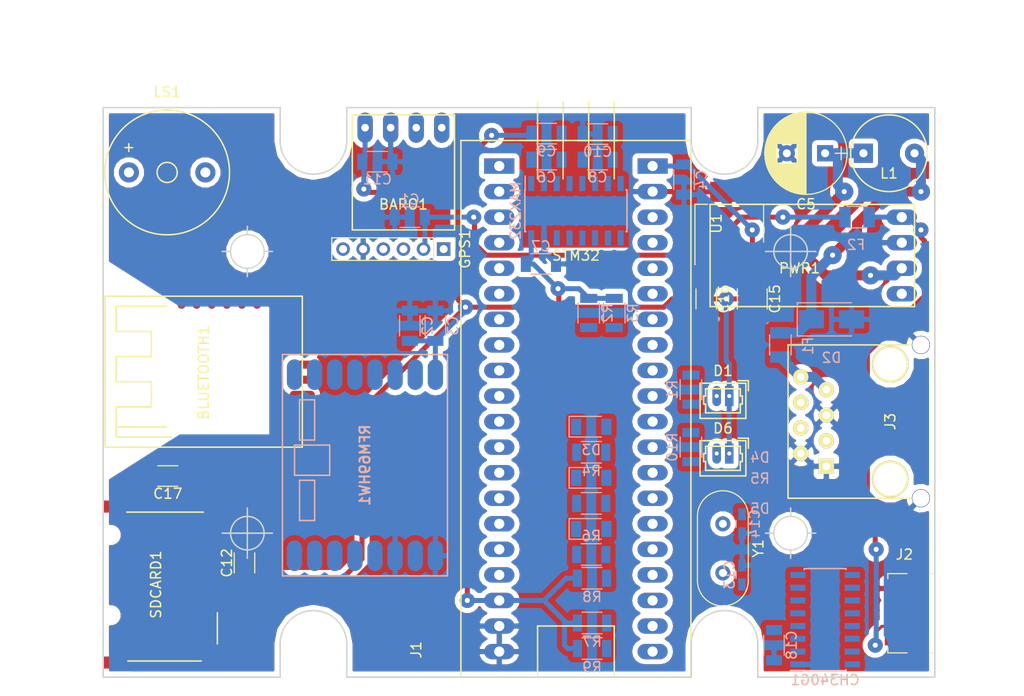
<source format=kicad_pcb>
(kicad_pcb (version 4) (host pcbnew 4.0.6+dfsg1-1)
  (title_block (title "Ked Tracker") (date 2017-09-21) (rev 0.3) (comment 1 "Open Glider Network Tracker"))
  (layers (0 F.Cu signal) (31 B.Cu signal) (34 B.Paste user) (35 F.Paste user) (36 B.SilkS user hide) (37 F.SilkS user hide) (38 B.Mask user) (39 F.Mask user) (44 Edge.Cuts user))
  (net 0 "")
  (net 1 3.3V)
  (net 2 5V)
  (net 3 "Net-(D1-Pad2)")
  (net 4 /GPS_ENABLE)
  (net 5 /GPS_PPS)
  (net 6 /GPS_TXD)
  (net 7 /GPS_RXD)
  (net 8 Earth)
  (net 9 /SPI_SELECT)
  (net 10 /SPI_CLOCK)
  (net 11 /SPI_MISO)
  (net 12 /SPI_MOSI)
  (net 13 /CHIP_RESET)
  (net 14 /INT_REQ)
  (net 15 /AUX_STATUS)
  (net 16 +12V)
  (net 17 /ANT)
  (net 18 /LED)
  (net 19 /CON1_RXD)
  (net 20 "Net-(C6-Pad1)")
  (net 21 "Net-(C6-Pad2)")
  (net 22 "Net-(C8-Pad1)")
  (net 23 "Net-(C8-Pad2)")
  (net 24 "Net-(C9-Pad2)")
  (net 25 "Net-(C10-Pad2)")
  (net 26 /BARO_SCL)
  (net 27 /BARO_SDA)
  (net 28 /SUP_CLEAN)
  (net 29 /SD_MOSI)
  (net 30 /SD_MISO)
  (net 31 /SD_SCK)
  (net 32 /SD_CS)
  (net 33 /CON1_TXD)
  (net 34 /Console/BT_STATUS)
  (net 35 "Net-(D6-Pad2)")
  (net 36 /BUZ_IN)
  (net 37 /BUZ_OUT)
  (net 38 /Console/BT_TX)
  (net 39 /Console/USB_XI)
  (net 40 /Console/USB_XO)
  (net 41 /Console/USB_TX)
  (net 42 /Console/USB_D+)
  (net 43 /Console/USB_D-)
  (net 44 /Console/MAX232_TX)
  (net 45 /Console/RS232_RX)
  (net 46 /Console/RS232_TX)
  (net 47 /SUP_PROT)
  (net 48 /5V_PROT)
  (module Mounting_Holes:MountingHole_3.2mm_M3 (layer F.Cu) (at 114.33 57.69)
    (fp_text reference REF** hide)
    (fp_text value MountingHole_3.2mm_M3 hide)
    (pad 1 np_thru_hole circle (at 0 0) (size 3.2 3.2) (drill 3.2) (layers *.Cu *.Mask))
  )
  (module Mounting_Holes:MountingHole_3.2mm_M3 (layer F.Cu) (at 168.33 85.69)
    (fp_text reference REF** hide)
    (fp_text value MountingHole_3.2mm_M3 hide)
    (pad 1 np_thru_hole circle (at 0 0) (size 3.2 3.2) (drill 3.2) (layers *.Cu *.Mask))
  )
  (module "OGN Tracker:BMP280_HandSoldering" (layer F.Cu) (at 129.845 47.93 180)
    (fp_text reference BARO1 (at 0 -5.08 180) (layer F.SilkS))
    (fp_text value BMP280)
    (pad 1 thru_hole oval (at -3.81 2.54 180) (size 1.524 3) (drill 0.762) (layers *.Cu *.Mask) (net 27 /BARO_SDA))
    (pad 2 thru_hole oval (at -1.27 2.54 180) (size 1.524 3) (drill 0.762) (layers *.Cu *.Mask) (net 26 /BARO_SCL))
    (pad 3 thru_hole oval (at 1.27 2.54 180) (size 1.524 3) (drill 0.762) (layers *.Cu *.Mask) (net 8 Earth))
    (pad 4 thru_hole oval (at 3.81 2.54 180) (size 1.524 3) (drill 0.762) (layers *.Cu *.Mask) (net 1 3.3V))
  )
  (module Capacitors_SMD:C_1206 (layer B.Cu) (at 130.48 54.28 180)
    (fp_text reference C1 (at 0 1.75 180) (layer B.SilkS) (effects (justify mirror)))
    (fp_text value 100nF)
    (pad 1 smd rect (at -1.5 0 180) (size 1 1.6) (layers B.Cu B.Paste B.Mask) (net 48 /5V_PROT))
    (pad 2 smd rect (at 1.5 0 180) (size 1 1.6) (layers B.Cu B.Paste B.Mask) (net 8 Earth))
  )
  (module Capacitors_SMD:C_1206 (layer B.Cu) (at 130.48 65.075 90)
    (fp_text reference C2 (at 0 1.75 90) (layer B.SilkS) (effects (justify mirror)))
    (fp_text value 1uF)
    (pad 1 smd rect (at -1.5 0 90) (size 1 1.6) (layers B.Cu B.Paste B.Mask) (net 1 3.3V))
    (pad 2 smd rect (at 1.5 0 90) (size 1 1.6) (layers B.Cu B.Paste B.Mask) (net 8 Earth))
  )
  (module Capacitors_SMD:C_1206 (layer B.Cu) (at 133.02 65.075 90)
    (fp_text reference C3 (at 0 1.75 90) (layer B.SilkS) (effects (justify mirror)))
    (fp_text value 100nF)
    (pad 1 smd rect (at -1.5 0 90) (size 1 1.6) (layers B.Cu B.Paste B.Mask) (net 1 3.3V))
    (pad 2 smd rect (at 1.5 0 90) (size 1 1.6) (layers B.Cu B.Paste B.Mask) (net 8 Earth))
  )
  (module Capacitors_SMD:C_1206 (layer B.Cu) (at 157.734 50.546 90)
    (fp_text reference C4 (at 0 1.75 90) (layer B.SilkS) (effects (justify mirror)))
    (fp_text value 1uF)
    (pad 1 smd rect (at -1.5 0 90) (size 1 1.6) (layers B.Cu B.Paste B.Mask) (net 8 Earth))
    (pad 2 smd rect (at 1.5 0 90) (size 1 1.6) (layers B.Cu B.Paste B.Mask) (net 1 3.3V))
  )
  (module Capacitors_SMD:C_1206 (layer B.Cu) (at 144.069 48.565)
    (fp_text reference C6 (at 0 1.75) (layer B.SilkS) (effects (justify mirror)))
    (fp_text value 100nF)
    (pad 1 smd rect (at -1.5 0) (size 1 1.6) (layers B.Cu B.Paste B.Mask) (net 20 "Net-(C6-Pad1)"))
    (pad 2 smd rect (at 1.5 0) (size 1 1.6) (layers B.Cu B.Paste B.Mask) (net 21 "Net-(C6-Pad2)"))
  )
  (module Capacitors_SMD:C_1206 (layer B.Cu) (at 143.51 58.928 180)
    (fp_text reference C7 (at 0 1.75 180) (layer B.SilkS) (effects (justify mirror)))
    (fp_text value 100nF)
    (pad 1 smd rect (at -1.5 0 180) (size 1 1.6) (layers B.Cu B.Paste B.Mask) (net 8 Earth))
    (pad 2 smd rect (at 1.5 0 180) (size 1 1.6) (layers B.Cu B.Paste B.Mask) (net 1 3.3V))
  )
  (module Capacitors_SMD:C_1206 (layer B.Cu) (at 149.149 48.565)
    (fp_text reference C8 (at 0 1.75) (layer B.SilkS) (effects (justify mirror)))
    (fp_text value 100nF)
    (pad 1 smd rect (at -1.5 0) (size 1 1.6) (layers B.Cu B.Paste B.Mask) (net 22 "Net-(C8-Pad1)"))
    (pad 2 smd rect (at 1.5 0) (size 1 1.6) (layers B.Cu B.Paste B.Mask) (net 23 "Net-(C8-Pad2)"))
  )
  (module Capacitors_SMD:C_1206 (layer B.Cu) (at 144.069 45.974)
    (fp_text reference C9 (at 0 1.75) (layer B.SilkS) (effects (justify mirror)))
    (fp_text value 100nF)
    (pad 1 smd rect (at -1.5 0) (size 1 1.6) (layers B.Cu B.Paste B.Mask) (net 1 3.3V))
    (pad 2 smd rect (at 1.5 0) (size 1 1.6) (layers B.Cu B.Paste B.Mask) (net 24 "Net-(C9-Pad2)"))
  )
  (module Capacitors_SMD:C_1206 (layer B.Cu) (at 149.149 46.025)
    (fp_text reference C10 (at 0 1.75) (layer B.SilkS) (effects (justify mirror)))
    (fp_text value 100nF)
    (pad 1 smd rect (at -1.5 0) (size 1 1.6) (layers B.Cu B.Paste B.Mask) (net 8 Earth))
    (pad 2 smd rect (at 1.5 0) (size 1 1.6) (layers B.Cu B.Paste B.Mask) (net 25 "Net-(C10-Pad2)"))
  )
  (module Capacitors_SMD:C_1206 (layer B.Cu) (at 127.254 48.768)
    (fp_text reference C11 (at 0 1.75) (layer B.SilkS) (effects (justify mirror)))
    (fp_text value 100nF)
    (pad 1 smd rect (at -1.5 0) (size 1 1.6) (layers B.Cu B.Paste B.Mask) (net 1 3.3V))
    (pad 2 smd rect (at 1.5 0) (size 1 1.6) (layers B.Cu B.Paste B.Mask) (net 8 Earth))
  )
  (module Capacitors_SMD:C_1206 (layer F.Cu) (at 114.046 88.646 90)
    (fp_text reference C12 (at 0 -1.75 90) (layer F.SilkS))
    (fp_text value 100nF)
    (pad 1 smd rect (at -1.5 0 90) (size 1 1.6) (layers F.Cu F.Paste F.Mask) (net 1 3.3V))
    (pad 2 smd rect (at 1.5 0 90) (size 1 1.6) (layers F.Cu F.Paste F.Mask) (net 8 Earth))
  )
  (module Capacitors_SMD:C_0603_HandSoldering (layer B.Cu) (at 163.5 89.84 270)
    (fp_text reference C13 (at 0 1.25 270) (layer B.SilkS) (effects (justify mirror)))
    (fp_text value 22pF)
    (pad 1 smd rect (at -0.95 0 270) (size 1.2 0.75) (layers B.Cu B.Paste B.Mask) (net 8 Earth))
    (pad 2 smd rect (at 0.95 0 270) (size 1.2 0.75) (layers B.Cu B.Paste B.Mask) (net 39 /Console/USB_XI))
  )
  (module Capacitors_SMD:C_0603_HandSoldering (layer B.Cu) (at 163.5 84.76 90)
    (fp_text reference C14 (at 0 1.25 90) (layer B.SilkS) (effects (justify mirror)))
    (fp_text value 22pF)
    (pad 1 smd rect (at -0.95 0 90) (size 1.2 0.75) (layers B.Cu B.Paste B.Mask) (net 8 Earth))
    (pad 2 smd rect (at 0.95 0 90) (size 1.2 0.75) (layers B.Cu B.Paste B.Mask) (net 40 /Console/USB_XO))
  )
  (module Capacitors_SMD:C_1210 (layer F.Cu) (at 164.516 62.408 270)
    (fp_text reference C15 (at 0 -2.25 270) (layer F.SilkS))
    (fp_text value 47uF)
    (pad 1 smd rect (at -1.5 0 270) (size 1 2.5) (layers F.Cu F.Paste F.Mask) (net 1 3.3V))
    (pad 2 smd rect (at 1.5 0 270) (size 1 2.5) (layers F.Cu F.Paste F.Mask) (net 8 Earth))
  )
  (module Capacitors_SMD:C_1206 (layer F.Cu) (at 159.944 62.408 270)
    (fp_text reference C16 (at 0 -1.75 270) (layer F.SilkS))
    (fp_text value 1uF)
    (pad 1 smd rect (at -1.5 0 270) (size 1 1.6) (layers F.Cu F.Paste F.Mask) (net 48 /5V_PROT))
    (pad 2 smd rect (at 1.5 0 270) (size 1 1.6) (layers F.Cu F.Paste F.Mask) (net 8 Earth))
  )
  (module Capacitors_SMD:C_1206 (layer F.Cu) (at 106.426 80.01 180)
    (fp_text reference C17 (at 0 -1.75 180) (layer F.SilkS))
    (fp_text value 100nF)
    (pad 1 smd rect (at -1.5 0 180) (size 1 1.6) (layers F.Cu F.Paste F.Mask) (net 1 3.3V))
    (pad 2 smd rect (at 1.5 0 180) (size 1 1.6) (layers F.Cu F.Paste F.Mask) (net 8 Earth))
  )
  (module Capacitors_SMD:C_1206 (layer B.Cu) (at 166.675 96.825 90)
    (fp_text reference C18 (at 0 1.75 90) (layer B.SilkS) (effects (justify mirror)))
    (fp_text value 100nF)
    (pad 1 smd rect (at -1.5 0 90) (size 1 1.6) (layers B.Cu B.Paste B.Mask) (net 8 Earth))
    (pad 2 smd rect (at 1.5 0 90) (size 1 1.6) (layers B.Cu B.Paste B.Mask) (net 1 3.3V))
  )
  (module Housings_SOIC:SOIC-16_3.9x9.9mm_Pitch1.27mm (layer B.Cu) (at 171.755 94.285)
    (fp_text reference CH340G1 (at 0 6) (layer B.SilkS) (effects (justify mirror)))
    (fp_text value CH340G)
    (pad 1 smd rect (at -2.7 4.445) (size 1.5 0.6) (layers B.Cu B.Paste B.Mask) (net 8 Earth))
    (pad 2 smd rect (at -2.7 3.175) (size 1.5 0.6) (layers B.Cu B.Paste B.Mask) (net 41 /Console/USB_TX))
    (pad 3 smd rect (at -2.7 1.905) (size 1.5 0.6) (layers B.Cu B.Paste B.Mask) (net 33 /CON1_TXD))
    (pad 4 smd rect (at -2.7 0.635) (size 1.5 0.6) (layers B.Cu B.Paste B.Mask) (net 1 3.3V))
    (pad 5 smd rect (at -2.7 -0.635) (size 1.5 0.6) (layers B.Cu B.Paste B.Mask) (net 42 /Console/USB_D+))
    (pad 6 smd rect (at -2.7 -1.905) (size 1.5 0.6) (layers B.Cu B.Paste B.Mask) (net 43 /Console/USB_D-))
    (pad 7 smd rect (at -2.7 -3.175) (size 1.5 0.6) (layers B.Cu B.Paste B.Mask) (net 39 /Console/USB_XI))
    (pad 8 smd rect (at -2.7 -4.445) (size 1.5 0.6) (layers B.Cu B.Paste B.Mask) (net 40 /Console/USB_XO))
    (pad 9 smd rect (at 2.7 -4.445) (size 1.5 0.6) (layers B.Cu B.Paste B.Mask))
    (pad 10 smd rect (at 2.7 -3.175) (size 1.5 0.6) (layers B.Cu B.Paste B.Mask))
    (pad 11 smd rect (at 2.7 -1.905) (size 1.5 0.6) (layers B.Cu B.Paste B.Mask))
    (pad 12 smd rect (at 2.7 -0.635) (size 1.5 0.6) (layers B.Cu B.Paste B.Mask))
    (pad 13 smd rect (at 2.7 0.635) (size 1.5 0.6) (layers B.Cu B.Paste B.Mask))
    (pad 14 smd rect (at 2.7 1.905) (size 1.5 0.6) (layers B.Cu B.Paste B.Mask))
    (pad 15 smd rect (at 2.7 3.175) (size 1.5 0.6) (layers B.Cu B.Paste B.Mask))
    (pad 16 smd rect (at 2.7 4.445) (size 1.5 0.6) (layers B.Cu B.Paste B.Mask) (net 1 3.3V))
  )
  (module "OGN Tracker:Molex_PicoBlade_02x1.25mm_HandSoldering" (layer F.Cu) (at 162.23 72.06 180)
    (fp_text reference D1 (at 0.625 2.5 180) (layer F.SilkS))
    (fp_text value LED_STAT)
    (pad 1 thru_hole rect (at 0 0 180) (size 0.85 2) (drill 0.4) (layers *.Cu *.Mask) (net 1 3.3V))
    (pad 2 thru_hole oval (at 1.25 0 180) (size 0.85 2) (drill 0.4) (layers *.Cu *.Mask) (net 3 "Net-(D1-Pad2)"))
  )
  (module Diodes_SMD:D_SMA_Standard (layer B.Cu) (at 172.39 64.44)
    (fp_text reference D2 (at 0 3.81) (layer B.SilkS) (effects (justify mirror)))
    (fp_text value 1N4001)
    (pad 1 smd rect (at -2 0) (size 2.5 1.8) (layers B.Cu B.Paste B.Mask) (net 47 /SUP_PROT))
    (pad 2 smd rect (at 2 0) (size 2.5 1.8) (layers B.Cu B.Paste B.Mask) (net 8 Earth))
  )
  (module Diodes_SMD:D_1206 (layer B.Cu) (at 148.514 75.108)
    (fp_text reference D3 (at 0 2.3) (layer B.SilkS) (effects (justify mirror)))
    (fp_text value 1N4148)
    (pad 1 smd rect (at -1.5 0) (size 1 1.6) (layers B.Cu B.Paste B.Mask) (net 44 /Console/MAX232_TX))
    (pad 2 smd rect (at 1.5 0) (size 1 1.6) (layers B.Cu B.Paste B.Mask) (net 19 /CON1_RXD))
  )
  (module Diodes_SMD:D_1206 (layer B.Cu) (at 148.514 80.188)
    (fp_text reference D4 (at 16.764 -2.018) (layer B.SilkS) (effects (justify mirror)))
    (fp_text value 1N4148)
    (pad 1 smd rect (at -1.5 0) (size 1 1.6) (layers B.Cu B.Paste B.Mask) (net 38 /Console/BT_TX))
    (pad 2 smd rect (at 1.5 0) (size 1 1.6) (layers B.Cu B.Paste B.Mask) (net 19 /CON1_RXD))
  )
  (module Diodes_SMD:D_1206 (layer B.Cu) (at 148.514 85.268)
    (fp_text reference D5 (at 16.764 -2.018) (layer B.SilkS) (effects (justify mirror)))
    (fp_text value 1N4148)
    (pad 1 smd rect (at -1.5 0) (size 1 1.6) (layers B.Cu B.Paste B.Mask) (net 41 /Console/USB_TX))
    (pad 2 smd rect (at 1.5 0) (size 1 1.6) (layers B.Cu B.Paste B.Mask) (net 19 /CON1_RXD))
  )
  (module "OGN Tracker:Molex_PicoBlade_02x1.25mm_HandSoldering" (layer F.Cu) (at 162.23 77.775 180)
    (fp_text reference D6 (at 0.625 2.5 180) (layer F.SilkS))
    (fp_text value LED_BT)
    (pad 1 thru_hole rect (at 0 0 180) (size 0.85 2) (drill 0.4) (layers *.Cu *.Mask) (net 1 3.3V))
    (pad 2 thru_hole oval (at 1.25 0 180) (size 0.85 2) (drill 0.4) (layers *.Cu *.Mask) (net 35 "Net-(D6-Pad2)"))
  )
  (module Fuse_Holders_and_Fuses:Fuse_SMD1206_Reflow (layer B.Cu) (at 167.31 66.98 90)
    (fp_text reference F1 (at -0.1 2.75 90) (layer B.SilkS) (effects (justify mirror)))
    (fp_text value 0.5A)
    (pad 1 smd rect (at -1.2 0) (size 2.03 1.14) (layers B.Cu B.Paste B.Mask) (net 16 +12V))
    (pad 2 smd rect (at 1.2 0) (size 2.03 1.14) (layers B.Cu B.Paste B.Mask) (net 47 /SUP_PROT))
  )
  (module Fuse_Holders_and_Fuses:Fuse_SMD1206_Reflow (layer B.Cu) (at 174.93 54.28)
    (fp_text reference F2 (at -0.1 2.75) (layer B.SilkS) (effects (justify mirror)))
    (fp_text value 0.5A)
    (pad 1 smd rect (at -1.2 0 270) (size 2.03 1.14) (layers B.Cu B.Paste B.Mask) (net 48 /5V_PROT))
    (pad 2 smd rect (at 1.2 0 270) (size 2.03 1.14) (layers B.Cu B.Paste B.Mask) (net 2 5V))
  )
  (module Pin_Headers:Pin_Header_Straight_1x06_Pitch2.00mm (layer F.Cu) (at 133.845 57.455 270)
    (fp_text reference GPS1 (at 0 -2.12 270) (layer F.SilkS))
    (fp_text value VK2828U7G5LF)
    (pad 1 thru_hole rect (at 0 0 270) (size 1.35 1.35) (drill 0.8) (layers *.Cu *.Mask) (net 5 /GPS_PPS))
    (pad 2 thru_hole oval (at 0 2 270) (size 1.35 1.35) (drill 0.8) (layers *.Cu *.Mask) (net 48 /5V_PROT))
    (pad 3 thru_hole oval (at 0 4 270) (size 1.35 1.35) (drill 0.8) (layers *.Cu *.Mask) (net 7 /GPS_RXD))
    (pad 4 thru_hole oval (at 0 6 270) (size 1.35 1.35) (drill 0.8) (layers *.Cu *.Mask) (net 6 /GPS_TXD))
    (pad 5 thru_hole oval (at 0 8 270) (size 1.35 1.35) (drill 0.8) (layers *.Cu *.Mask) (net 8 Earth))
    (pad 6 thru_hole oval (at 0 10 270) (size 1.35 1.35) (drill 0.8) (layers *.Cu *.Mask) (net 4 /GPS_ENABLE))
  )
  (module "OGN Tracker:IPEX" (layer F.Cu) (at 131.115 95.785 90)
    (fp_text reference J1 (at -1.5 0 90) (layer F.SilkS))
    (fp_text value ANT)
    (pad 1 smd rect (at 1.5 0 90) (size 2 1) (drill (offset 0.5 0)) (layers F.Cu F.Paste F.Mask) (net 17 /ANT))
    (pad 2 smd rect (at 0 -1.5 90) (size 3 1) (drill (offset -0.4 0)) (layers F.Cu F.Paste F.Mask) (net 8 Earth))
    (pad 2 smd rect (at 0 1.5 90) (size 3 1) (drill (offset -0.4 0)) (layers F.Cu F.Paste F.Mask) (net 8 Earth))
  )
  (module Connectors_Molex:USB_Micro-B_Molex_47346-0001 (layer F.Cu) (at 179.71 93.65 180)
    (fp_text reference J2 (at 0.07 5.84 360) (layer F.SilkS))
    (fp_text value "Micro USB")
    (pad 1 smd rect (at 1.33 -1.3 180) (size 1.38 0.45) (layers F.Cu F.Paste F.Mask) (net 2 5V))
    (pad 2 smd rect (at 1.33 -0.65 180) (size 1.38 0.45) (layers F.Cu F.Paste F.Mask) (net 43 /Console/USB_D-))
    (pad 3 smd rect (at 1.33 0 180) (size 1.38 0.45) (layers F.Cu F.Paste F.Mask) (net 42 /Console/USB_D+))
    (pad 4 smd rect (at 1.33 0.65 180) (size 1.38 0.45) (layers F.Cu F.Paste F.Mask))
    (pad 5 smd rect (at 1.33 1.3 180) (size 1.38 0.45) (layers F.Cu F.Paste F.Mask) (net 8 Earth))
    (pad 6 smd rect (at 0.97 -2.4625 180) (size 2.1 1.475) (layers F.Cu F.Paste F.Mask) (net 8 Earth))
    (pad 6 smd rect (at 0.97 2.4625 180) (size 2.1 1.475) (layers F.Cu F.Paste F.Mask) (net 8 Earth))
    (pad 6 smd rect (at -1.33 -2.91 180) (size 1.9 2.375) (layers F.Cu F.Paste F.Mask) (net 8 Earth))
    (pad 6 smd rect (at -1.33 2.91 180) (size 1.9 2.375) (layers F.Cu F.Paste F.Mask) (net 8 Earth))
    (pad 6 smd rect (at -1.33 -0.84 180) (size 1.9 1.175) (layers F.Cu F.Paste F.Mask) (net 8 Earth))
    (pad 6 smd rect (at -1.33 0.84 180) (size 1.9 1.175) (layers F.Cu F.Paste F.Mask) (net 8 Earth))
  )
  (module "OGN Tracker:RJ45_SOCKET_SHLD" (layer F.Cu) (at 178.232 74.6 90)
    (fp_text reference J3 (at 0 0 90) (layer F.SilkS))
    (fp_text value IGC)
    (pad HOLE thru_hole circle (at 5.715 0 90) (size 3.64998 3.64998) (drill 3.2512) (layers *.Cu *.Mask F.SilkS))
    (pad HOLE thru_hole circle (at -5.715 0 90) (size 3.64998 3.64998) (drill 3.2512) (layers *.Cu *.Mask F.SilkS))
    (pad 1 thru_hole rect (at -4.445 -6.35 90) (size 1.524 1.524) (drill 0.762) (layers *.Cu *.Mask F.SilkS) (net 8 Earth))
    (pad 2 thru_hole circle (at -3.175 -8.89 90) (size 1.524 1.524) (drill 0.762) (layers *.Cu *.Mask F.SilkS) (net 8 Earth))
    (pad 3 thru_hole circle (at -1.905 -6.35 90) (size 1.524 1.524) (drill 0.762) (layers *.Cu *.Mask F.SilkS) (net 45 /Console/RS232_RX))
    (pad 4 thru_hole circle (at -0.635 -8.89 90) (size 1.524 1.524) (drill 0.762) (layers *.Cu *.Mask F.SilkS) (net 46 /Console/RS232_TX))
    (pad 5 thru_hole circle (at 0.635 -6.35 90) (size 1.524 1.524) (drill 0.762) (layers *.Cu *.Mask F.SilkS) (net 8 Earth))
    (pad 6 thru_hole circle (at 1.905 -8.89 90) (size 1.524 1.524) (drill 0.762) (layers *.Cu *.Mask F.SilkS) (net 1 3.3V))
    (pad 7 thru_hole circle (at 3.175 -6.35 90) (size 1.524 1.524) (drill 0.762) (layers *.Cu *.Mask F.SilkS) (net 16 +12V))
    (pad 8 thru_hole circle (at 4.445 -8.89 90) (size 1.524 1.524) (drill 0.762) (layers *.Cu *.Mask F.SilkS) (net 16 +12V))
    (pad 9 thru_hole circle (at -7.62 3.048 90) (size 1.8 1.8) (drill 1.7) (layers *.Cu *.Mask) (net 8 Earth))
    (pad 9 thru_hole circle (at 7.62 3.048 90) (size 1.8 1.8) (drill 1.7) (layers *.Cu *.Mask) (net 8 Earth))
  )
  (module Inductors:INDUCTOR_V (layer F.Cu) (at 178.105 47.93)
    (fp_text reference L1 (at 0 1.99898) (layer F.SilkS))
    (fp_text value 1uH)
    (pad 1 thru_hole rect (at -2.54 0) (size 1.905 1.905) (drill 0.8128) (layers *.Cu *.Mask) (net 28 /SUP_CLEAN))
    (pad 2 thru_hole circle (at 2.54 0) (size 1.905 1.905) (drill 0.8128) (layers *.Cu *.Mask) (net 47 /SUP_PROT))
  )
  (module Buzzers_Beepers:Buzzer_12x9.5RM7.6 (layer F.Cu) (at 106.36016 49.835)
    (fp_text reference LS1 (at 0 -8.001) (layer F.SilkS))
    (fp_text value Buzzer)
    (fp_text user + (at -3.81 -2.54) (layer F.SilkS))
    (pad 1 thru_hole circle (at -3.79984 0) (size 2 2) (drill 1.00076) (layers *.Cu *.Mask) (net 36 /BUZ_IN))
    (pad 2 thru_hole circle (at 3.79984 0) (size 2 2) (drill 1.00076) (layers *.Cu *.Mask) (net 37 /BUZ_OUT))
  )
  (module Housings_SOIC:SOIC-16_3.9x9.9mm_Pitch1.27mm (layer B.Cu) (at 146.99 53.645 270)
    (fp_text reference MAX232 (at 0 6 270) (layer B.SilkS) (effects (justify mirror)))
    (fp_text value MAX3232)
    (pad 1 smd rect (at -2.7 4.445 270) (size 1.5 0.6) (layers B.Cu B.Paste B.Mask) (net 20 "Net-(C6-Pad1)"))
    (pad 2 smd rect (at -2.7 3.175 270) (size 1.5 0.6) (layers B.Cu B.Paste B.Mask) (net 24 "Net-(C9-Pad2)"))
    (pad 3 smd rect (at -2.7 1.905 270) (size 1.5 0.6) (layers B.Cu B.Paste B.Mask) (net 21 "Net-(C6-Pad2)"))
    (pad 4 smd rect (at -2.7 0.635 270) (size 1.5 0.6) (layers B.Cu B.Paste B.Mask) (net 22 "Net-(C8-Pad1)"))
    (pad 5 smd rect (at -2.7 -0.635 270) (size 1.5 0.6) (layers B.Cu B.Paste B.Mask) (net 23 "Net-(C8-Pad2)"))
    (pad 6 smd rect (at -2.7 -1.905 270) (size 1.5 0.6) (layers B.Cu B.Paste B.Mask) (net 25 "Net-(C10-Pad2)"))
    (pad 7 smd rect (at -2.7 -3.175 270) (size 1.5 0.6) (layers B.Cu B.Paste B.Mask))
    (pad 8 smd rect (at -2.7 -4.445 270) (size 1.5 0.6) (layers B.Cu B.Paste B.Mask))
    (pad 9 smd rect (at 2.7 -4.445 270) (size 1.5 0.6) (layers B.Cu B.Paste B.Mask))
    (pad 10 smd rect (at 2.7 -3.175 270) (size 1.5 0.6) (layers B.Cu B.Paste B.Mask))
    (pad 11 smd rect (at 2.7 -1.905 270) (size 1.5 0.6) (layers B.Cu B.Paste B.Mask) (net 33 /CON1_TXD))
    (pad 12 smd rect (at 2.7 -0.635 270) (size 1.5 0.6) (layers B.Cu B.Paste B.Mask) (net 44 /Console/MAX232_TX))
    (pad 13 smd rect (at 2.7 0.635 270) (size 1.5 0.6) (layers B.Cu B.Paste B.Mask) (net 45 /Console/RS232_RX))
    (pad 14 smd rect (at 2.7 1.905 270) (size 1.5 0.6) (layers B.Cu B.Paste B.Mask) (net 46 /Console/RS232_TX))
    (pad 15 smd rect (at 2.7 3.175 270) (size 1.5 0.6) (layers B.Cu B.Paste B.Mask) (net 8 Earth))
    (pad 16 smd rect (at 2.7 4.445 270) (size 1.5 0.6) (layers B.Cu B.Paste B.Mask) (net 1 3.3V))
  )
  (module "OGN Tracker:Buck_Converter_Sm_HandSoldering" (layer F.Cu) (at 174.295 58.09 180)
    (fp_text reference PWR1 (at 5.08 -1.27 180) (layer F.SilkS))
    (fp_text value BUCK_CVTR)
    (pad 1 thru_hole oval (at -5.08 -3.81 180) (size 3 1.524) (drill 1.016) (layers *.Cu *.Mask))
    (pad 2 thru_hole oval (at -5.08 -1.27 180) (size 3 1.524) (drill 1.016) (layers *.Cu *.Mask) (net 28 /SUP_CLEAN))
    (pad 3 thru_hole oval (at -5.08 1.27 180) (size 3 1.524) (drill 1.016) (layers *.Cu *.Mask) (net 8 Earth))
    (pad 4 thru_hole oval (at -5.08 3.81 180) (size 3 1.524) (drill 1.016) (layers *.Cu *.Mask) (net 2 5V))
  )
  (module Resistors_SMD:R_1206 (layer B.Cu) (at 158.42 71.425 270)
    (fp_text reference R1 (at 0 1.85 270) (layer B.SilkS) (effects (justify mirror)))
    (fp_text value 82)
    (pad 1 smd rect (at -1.45 0 270) (size 0.9 1.7) (layers B.Cu B.Paste B.Mask) (net 18 /LED))
    (pad 2 smd rect (at 1.45 0 270) (size 0.9 1.7) (layers B.Cu B.Paste B.Mask) (net 3 "Net-(D1-Pad2)"))
  )
  (module Resistors_SMD:R_1206 (layer B.Cu) (at 148.26 63.805 90)
    (fp_text reference R2 (at 0 1.85 90) (layer B.SilkS) (effects (justify mirror)))
    (fp_text value 10K)
    (pad 1 smd rect (at -1.45 0 90) (size 0.9 1.7) (layers B.Cu B.Paste B.Mask) (net 27 /BARO_SDA))
    (pad 2 smd rect (at 1.45 0 90) (size 0.9 1.7) (layers B.Cu B.Paste B.Mask) (net 1 3.3V))
  )
  (module Resistors_SMD:R_1206 (layer B.Cu) (at 150.8 63.805 90)
    (fp_text reference R3 (at 0 1.85 90) (layer B.SilkS) (effects (justify mirror)))
    (fp_text value 10K)
    (pad 1 smd rect (at -1.45 0 90) (size 0.9 1.7) (layers B.Cu B.Paste B.Mask) (net 26 /BARO_SCL))
    (pad 2 smd rect (at 1.45 0 90) (size 0.9 1.7) (layers B.Cu B.Paste B.Mask) (net 1 3.3V))
  )
  (module Resistors_SMD:R_1206 (layer B.Cu) (at 148.514 77.648)
    (fp_text reference R4 (at 0 1.85) (layer B.SilkS) (effects (justify mirror)))
    (fp_text value 10K)
    (pad 1 smd rect (at -1.45 0) (size 0.9 1.7) (layers B.Cu B.Paste B.Mask) (net 44 /Console/MAX232_TX))
    (pad 2 smd rect (at 1.45 0) (size 0.9 1.7) (layers B.Cu B.Paste B.Mask) (net 19 /CON1_RXD))
  )
  (module Resistors_SMD:R_1206 (layer B.Cu) (at 148.514 82.728)
    (fp_text reference R5 (at 16.764 -2.468) (layer B.SilkS) (effects (justify mirror)))
    (fp_text value 10K)
    (pad 1 smd rect (at -1.45 0) (size 0.9 1.7) (layers B.Cu B.Paste B.Mask) (net 38 /Console/BT_TX))
    (pad 2 smd rect (at 1.45 0) (size 0.9 1.7) (layers B.Cu B.Paste B.Mask) (net 19 /CON1_RXD))
  )
  (module Resistors_SMD:R_1206 (layer B.Cu) (at 148.514 87.808 180)
    (fp_text reference R6 (at 0 1.85 180) (layer B.SilkS) (effects (justify mirror)))
    (fp_text value 10K)
    (pad 1 smd rect (at -1.45 0 180) (size 0.9 1.7) (layers B.Cu B.Paste B.Mask) (net 19 /CON1_RXD))
    (pad 2 smd rect (at 1.45 0 180) (size 0.9 1.7) (layers B.Cu B.Paste B.Mask) (net 41 /Console/USB_TX))
  )
  (module Resistors_SMD:R_1206 (layer B.Cu) (at 148.59 94.615)
    (fp_text reference R7 (at 0 1.85) (layer B.SilkS) (effects (justify mirror)))
    (fp_text value 10K)
    (pad 1 smd rect (at -1.45 0) (size 0.9 1.7) (layers B.Cu B.Paste B.Mask) (net 1 3.3V))
    (pad 2 smd rect (at 1.45 0) (size 0.9 1.7) (layers B.Cu B.Paste B.Mask) (net 31 /SD_SCK))
  )
  (module Resistors_SMD:R_1206 (layer B.Cu) (at 148.59 90.17)
    (fp_text reference R8 (at 0 1.85) (layer B.SilkS) (effects (justify mirror)))
    (fp_text value 10K)
    (pad 1 smd rect (at -1.45 0) (size 0.9 1.7) (layers B.Cu B.Paste B.Mask) (net 1 3.3V))
    (pad 2 smd rect (at 1.45 0) (size 0.9 1.7) (layers B.Cu B.Paste B.Mask) (net 29 /SD_MOSI))
  )
  (module Resistors_SMD:R_1206 (layer B.Cu) (at 148.59 97.155)
    (fp_text reference R9 (at 0 1.85) (layer B.SilkS) (effects (justify mirror)))
    (fp_text value 10K)
    (pad 1 smd rect (at -1.45 0) (size 0.9 1.7) (layers B.Cu B.Paste B.Mask) (net 1 3.3V))
    (pad 2 smd rect (at 1.45 0) (size 0.9 1.7) (layers B.Cu B.Paste B.Mask) (net 32 /SD_CS))
  )
  (module Resistors_SMD:R_1206 (layer B.Cu) (at 158.42 77.14 270)
    (fp_text reference R10 (at 0 1.85 270) (layer B.SilkS) (effects (justify mirror)))
    (fp_text value 82)
    (pad 1 smd rect (at -1.45 0 270) (size 0.9 1.7) (layers B.Cu B.Paste B.Mask) (net 34 /Console/BT_STATUS))
    (pad 2 smd rect (at 1.45 0 270) (size 0.9 1.7) (layers B.Cu B.Paste B.Mask) (net 35 "Net-(D6-Pad2)"))
  )
  (module "OGN Tracker:RFM69HW" (layer B.Cu) (at 126.02 78.935 270)
    (fp_text reference RFM69HW1 (at 0 0 270) (layer B.SilkS) (effects (font (thickness 0.2)) (justify mirror)))
    (fp_text value RFM69HW)
    (pad 1 smd oval (at -9 -7 90) (size 3.048 1.524) (layers B.Cu B.Paste B.Mask) (net 1 3.3V))
    (pad 2 smd oval (at -9 -5 90) (size 3.048 1.524) (layers B.Cu B.Paste B.Mask))
    (pad 3 smd oval (at -9 -3 90) (size 3.048 1.524) (layers B.Cu B.Paste B.Mask) (net 15 /AUX_STATUS))
    (pad 4 smd oval (at -9 -1 90) (size 3.048 1.524) (layers B.Cu B.Paste B.Mask))
    (pad 5 smd oval (at -9 1 90) (size 3.048 1.524) (layers B.Cu B.Paste B.Mask))
    (pad 6 smd oval (at -9 3 90) (size 3.048 1.524) (layers B.Cu B.Paste B.Mask))
    (pad 7 smd oval (at -9 5 90) (size 3.048 1.524) (layers B.Cu B.Paste B.Mask) (net 14 /INT_REQ))
    (pad 8 smd oval (at -9 7 90) (size 3.048 1.524) (layers B.Cu B.Paste B.Mask) (net 13 /CHIP_RESET))
    (pad 9 smd oval (at 9 -7 270) (size 3.048 1.524) (layers B.Cu B.Paste B.Mask) (net 8 Earth))
    (pad 10 smd oval (at 9 -5 270) (size 3.048 1.524) (layers B.Cu B.Paste B.Mask) (net 17 /ANT))
    (pad 11 smd oval (at 9 -3 270) (size 3.048 1.524) (layers B.Cu B.Paste B.Mask) (net 8 Earth))
    (pad 12 smd oval (at 9 -1 270) (size 3.048 1.524) (layers B.Cu B.Paste B.Mask) (net 10 /SPI_CLOCK))
    (pad 13 smd oval (at 9 1 270) (size 3.048 1.524) (layers B.Cu B.Paste B.Mask) (net 11 /SPI_MISO))
    (pad 14 smd oval (at 9 3 270) (size 3.048 1.524) (layers B.Cu B.Paste B.Mask) (net 12 /SPI_MOSI))
    (pad 15 smd oval (at 9 5 270) (size 3.048 1.524) (layers B.Cu B.Paste B.Mask) (net 9 /SPI_SELECT))
    (pad 16 smd oval (at 9 7 270) (size 3.048 1.524) (layers B.Cu B.Paste B.Mask))
  )
  (module "OGN Tracker:SDCARD_BOMB" (layer F.Cu) (at 100.752 90.798 270)
    (fp_text reference SDCARD1 (at 0 -4.5 270) (layer F.SilkS))
    (fp_text value "Micro SD Reader")
    (pad "" np_thru_hole circle (at -4.93 0 270) (size 1 1) (drill 1) (layers *.Cu *.Mask))
    (pad "" np_thru_hole circle (at 3.05 0.01 270) (size 1 1) (drill 1) (layers *.Cu *.Mask))
    (pad 10 smd rect (at 7.75 -0.4 270) (size 1.2 2.2) (layers F.Cu F.Paste F.Mask) (net 8 Earth))
    (pad 10 smd rect (at -7.75 -0.4 270) (size 1.2 2.2) (layers F.Cu F.Paste F.Mask) (net 8 Earth))
    (pad 10 smd rect (at 6.85 -10 270) (size 1.6 1.4) (layers F.Cu F.Paste F.Mask) (net 8 Earth))
    (pad 10 smd rect (at -7.75 -10 270) (size 1.2 1.4) (layers F.Cu F.Paste F.Mask) (net 8 Earth))
    (pad 1 smd rect (at 2.25 -10.5 270) (size 0.7 1.6) (layers F.Cu F.Paste F.Mask))
    (pad 2 smd rect (at 1.15 -10.5 270) (size 0.7 1.6) (layers F.Cu F.Paste F.Mask) (net 32 /SD_CS))
    (pad 3 smd rect (at 0.05 -10.5 270) (size 0.7 1.6) (layers F.Cu F.Paste F.Mask) (net 29 /SD_MOSI))
    (pad 4 smd rect (at -1.05 -10.5 270) (size 0.7 1.6) (layers F.Cu F.Paste F.Mask) (net 1 3.3V))
    (pad 5 smd rect (at -2.15 -10.5 270) (size 0.7 1.6) (layers F.Cu F.Paste F.Mask) (net 31 /SD_SCK))
    (pad 6 smd rect (at -3.25 -10.5 270) (size 0.7 1.6) (layers F.Cu F.Paste F.Mask) (net 8 Earth))
    (pad 7 smd rect (at -4.35 -10.5 270) (size 0.7 1.6) (layers F.Cu F.Paste F.Mask) (net 30 /SD_MISO))
    (pad 8 smd rect (at -5.45 -10.5 270) (size 0.7 1.6) (layers F.Cu F.Paste F.Mask))
    (pad 9 smd rect (at -6.55 -10.5 270) (size 0.7 1.6) (layers F.Cu F.Paste F.Mask))
  )
  (module "OGN Tracker:STM32DEVBOARD_HandSoldering" (layer F.Cu) (at 146.99 72.06)
    (fp_text reference STM32 (at 0 -13.97 180) (layer F.SilkS))
    (fp_text value STM32DEVBOARD)
    (pad 1 thru_hole rect (at -7.62 -22.86) (size 3 1.524) (drill 1.016) (layers *.Cu *.Mask))
    (pad 2 thru_hole oval (at -7.62 -20.32) (size 3 1.524) (drill 1.016) (layers *.Cu *.Mask) (net 18 /LED))
    (pad 3 thru_hole oval (at -7.62 -17.78) (size 3 1.524) (drill 1.016) (layers *.Cu *.Mask))
    (pad 4 thru_hole oval (at -7.62 -15.24) (size 3 1.524) (drill 1.016) (layers *.Cu *.Mask))
    (pad 5 thru_hole oval (at -7.62 -12.7) (size 3 1.524) (drill 1.016) (layers *.Cu *.Mask) (net 4 /GPS_ENABLE))
    (pad 6 thru_hole oval (at -7.62 -10.16) (size 3 1.524) (drill 1.016) (layers *.Cu *.Mask) (net 5 /GPS_PPS))
    (pad 7 thru_hole oval (at -7.62 -7.62) (size 3 1.524) (drill 1.016) (layers *.Cu *.Mask) (net 6 /GPS_TXD))
    (pad 8 thru_hole oval (at -7.62 -5.08) (size 3 1.524) (drill 1.016) (layers *.Cu *.Mask) (net 7 /GPS_RXD))
    (pad 9 thru_hole oval (at -7.62 -2.54) (size 3 1.524) (drill 1.016) (layers *.Cu *.Mask) (net 9 /SPI_SELECT))
    (pad 10 thru_hole oval (at -7.62 0) (size 3 1.524) (drill 1.016) (layers *.Cu *.Mask) (net 10 /SPI_CLOCK))
    (pad 11 thru_hole oval (at -7.62 2.54) (size 3 1.524) (drill 1.016) (layers *.Cu *.Mask) (net 11 /SPI_MISO))
    (pad 12 thru_hole oval (at -7.62 5.08) (size 3 1.524) (drill 1.016) (layers *.Cu *.Mask) (net 12 /SPI_MOSI))
    (pad 13 thru_hole oval (at -7.62 7.62) (size 3 1.524) (drill 1.016) (layers *.Cu *.Mask))
    (pad 14 thru_hole oval (at -7.62 10.16) (size 3 1.524) (drill 1.016) (layers *.Cu *.Mask))
    (pad 15 thru_hole oval (at -7.62 12.7) (size 3 1.524) (drill 1.016) (layers *.Cu *.Mask))
    (pad 16 thru_hole oval (at -7.62 15.24) (size 3 1.524) (drill 1.016) (layers *.Cu *.Mask))
    (pad 17 thru_hole oval (at -7.62 17.78) (size 3 1.524) (drill 1.016) (layers *.Cu *.Mask))
    (pad 18 thru_hole oval (at -7.62 20.32) (size 3 1.524) (drill 1.016) (layers *.Cu *.Mask) (net 1 3.3V))
    (pad 19 thru_hole oval (at -7.62 22.86) (size 3 1.524) (drill 1.016) (layers *.Cu *.Mask) (net 8 Earth))
    (pad 19 thru_hole oval (at -7.62 25.4) (size 3 1.524) (drill 1.016) (layers *.Cu *.Mask) (net 8 Earth))
    (pad 18 thru_hole rect (at 7.62 -22.86) (size 3 1.524) (drill 1.016) (layers *.Cu *.Mask) (net 1 3.3V))
    (pad 19 thru_hole oval (at 7.62 -20.32) (size 3 1.524) (drill 1.016) (layers *.Cu *.Mask) (net 8 Earth))
    (pad 23 thru_hole oval (at 7.62 -17.78) (size 3 1.524) (drill 1.016) (layers *.Cu *.Mask))
    (pad 24 thru_hole oval (at 7.62 -15.24) (size 3 1.524) (drill 1.016) (layers *.Cu *.Mask) (net 36 /BUZ_IN))
    (pad 25 thru_hole oval (at 7.62 -12.7) (size 3 1.524) (drill 1.016) (layers *.Cu *.Mask) (net 37 /BUZ_OUT))
    (pad 26 thru_hole oval (at 7.62 -10.16) (size 3 1.524) (drill 1.016) (layers *.Cu *.Mask) (net 27 /BARO_SDA))
    (pad 27 thru_hole oval (at 7.62 -7.62) (size 3 1.524) (drill 1.016) (layers *.Cu *.Mask) (net 26 /BARO_SCL))
    (pad 28 thru_hole oval (at 7.62 -5.08) (size 3 1.524) (drill 1.016) (layers *.Cu *.Mask) (net 13 /CHIP_RESET))
    (pad 29 thru_hole oval (at 7.62 -2.54) (size 3 1.524) (drill 1.016) (layers *.Cu *.Mask) (net 14 /INT_REQ))
    (pad 30 thru_hole oval (at 7.62 0) (size 3 1.524) (drill 1.016) (layers *.Cu *.Mask) (net 15 /AUX_STATUS))
    (pad 31 thru_hole oval (at 7.62 2.54) (size 3 1.524) (drill 1.016) (layers *.Cu *.Mask))
    (pad 32 thru_hole oval (at 7.62 5.08) (size 3 1.524) (drill 1.016) (layers *.Cu *.Mask))
    (pad 33 thru_hole oval (at 7.62 7.62) (size 3 1.524) (drill 1.016) (layers *.Cu *.Mask))
    (pad 34 thru_hole oval (at 7.62 10.16) (size 3 1.524) (drill 1.016) (layers *.Cu *.Mask) (net 19 /CON1_RXD))
    (pad 35 thru_hole oval (at 7.62 12.7) (size 3 1.524) (drill 1.016) (layers *.Cu *.Mask) (net 33 /CON1_TXD))
    (pad 36 thru_hole oval (at 7.62 15.24) (size 3 1.524) (drill 1.016) (layers *.Cu *.Mask))
    (pad 37 thru_hole oval (at 7.62 17.78) (size 3 1.524) (drill 1.016) (layers *.Cu *.Mask) (net 29 /SD_MOSI))
    (pad 38 thru_hole oval (at 7.62 20.32) (size 3 1.524) (drill 1.016) (layers *.Cu *.Mask) (net 30 /SD_MISO))
    (pad 39 thru_hole oval (at 7.62 22.86) (size 3 1.524) (drill 1.016) (layers *.Cu *.Mask) (net 31 /SD_SCK))
    (pad 40 thru_hole oval (at 7.62 25.4) (size 3 1.524) (drill 1.016) (layers *.Cu *.Mask) (net 32 /SD_CS))
  )
  (module TO_SOT_Packages_SMD:SOT-223-3Lead_TabPin2 (layer F.Cu) (at 162.23 54.915 90)
    (fp_text reference U1 (at 0 -1.27 90) (layer F.SilkS))
    (fp_text value LM2936-3.3)
    (pad 2 smd rect (at 3.15 0 90) (size 2 3.8) (layers F.Cu F.Paste F.Mask) (net 8 Earth))
    (pad 2 smd rect (at -3.15 0 90) (size 2 1.5) (layers F.Cu F.Paste F.Mask) (net 8 Earth))
    (pad 3 smd rect (at -3.15 2.3 90) (size 2 1.5) (layers F.Cu F.Paste F.Mask) (net 1 3.3V))
    (pad 1 smd rect (at -3.15 -2.3 90) (size 2 1.5) (layers F.Cu F.Paste F.Mask) (net 48 /5V_PROT))
  )
  (module Crystals:Crystal_HC49-4H_Vertical (layer F.Cu) (at 161.595 84.76 270)
    (fp_text reference Y1 (at 2.44 -3.525 270) (layer F.SilkS))
    (fp_text value 12M)
    (pad 1 thru_hole circle (at 0 0 270) (size 1.5 1.5) (drill 0.8) (layers *.Cu *.Mask) (net 40 /Console/USB_XO))
    (pad 2 thru_hole circle (at 4.88 0 270) (size 1.5 1.5) (drill 0.8) (layers *.Cu *.Mask) (net 39 /Console/USB_XI))
  )
  (module Capacitors_ThroughHole:CP_Radial_D8.0mm_P3.80mm (layer F.Cu) (at 171.755 47.93 180)
    (fp_text reference C5 (at 1.9 -5.06 180) (layer F.SilkS))
    (fp_text value 330uF)
    (pad 1 thru_hole rect (at 0 0 180) (size 1.6 1.6) (drill 0.8) (layers *.Cu *.Mask) (net 28 /SUP_CLEAN))
    (pad 2 thru_hole circle (at 3.8 0 180) (size 1.6 1.6) (drill 0.8) (layers *.Cu *.Mask) (net 8 Earth))
  )
  (module "OGN Tracker:JDY-08" (layer F.Cu) (at 119.795 77.14 180)
    (fp_text reference BLUETOOTH1 (at 9.8 7.4 270) (layer F.SilkS))
    (fp_text value JDY-08)
    (pad 2 smd oval (at 10.5 0 180) (size 0.8 2.5) (layers F.Cu F.Paste F.Mask))
    (pad 1 smd oval (at 12 0 180) (size 0.8 2.5) (layers F.Cu F.Paste F.Mask) (net 1 3.3V))
    (pad 3 smd oval (at 9 0 180) (size 0.8 2.5) (layers F.Cu F.Paste F.Mask))
    (pad 4 smd oval (at 7.5 0 180) (size 0.8 2.5) (layers F.Cu F.Paste F.Mask))
    (pad 5 smd oval (at 6 0 180) (size 0.8 2.5) (layers F.Cu F.Paste F.Mask))
    (pad 6 smd oval (at 4.5 0 180) (size 0.8 2.5) (layers F.Cu F.Paste F.Mask) (net 34 /Console/BT_STATUS))
    (pad 7 smd oval (at 3 0 180) (size 0.8 2.5) (layers F.Cu F.Paste F.Mask))
    (pad 8 smd oval (at 1.5 0 180) (size 0.8 2.5) (layers F.Cu F.Paste F.Mask))
    (pad 9 smd oval (at 0 2.2 270) (size 0.8 2.5) (layers F.Cu F.Paste F.Mask))
    (pad 10 smd oval (at 0 3.7 270) (size 0.8 2.5) (layers F.Cu F.Paste F.Mask))
    (pad 11 smd oval (at 0 5.2 270) (size 0.8 2.5) (layers F.Cu F.Paste F.Mask))
    (pad 12 smd oval (at 0 6.7 270) (size 0.8 2.5) (layers F.Cu F.Paste F.Mask))
    (pad 13 smd oval (at 0 8.2 270) (size 0.8 2.5) (layers F.Cu F.Paste F.Mask))
    (pad 14 smd oval (at 0 9.7 270) (size 0.8 2.5) (layers F.Cu F.Paste F.Mask))
    (pad 15 smd oval (at 0 11.2 270) (size 0.8 2.5) (layers F.Cu F.Paste F.Mask))
    (pad 16 smd oval (at 0 12.7 270) (size 0.8 2.5) (layers F.Cu F.Paste F.Mask))
    (pad 17 smd oval (at 1.5 15 180) (size 0.8 2.5) (layers F.Cu F.Paste F.Mask))
    (pad 18 smd oval (at 3 15 180) (size 0.8 2.5) (layers F.Cu F.Paste F.Mask))
    (pad 19 smd oval (at 4.5 15 180) (size 0.8 2.5) (layers F.Cu F.Paste F.Mask) (net 38 /Console/BT_TX))
    (pad 20 smd oval (at 6 15 180) (size 0.8 2.5) (layers F.Cu F.Paste F.Mask) (net 33 /CON1_TXD))
    (pad 21 smd oval (at 7.5 15 180) (size 0.8 2.5) (layers F.Cu F.Paste F.Mask))
    (pad 22 smd oval (at 9 15 180) (size 0.8 2.5) (layers F.Cu F.Paste F.Mask) (net 8 Earth))
    (pad 23 smd oval (at 10.5 15 180) (size 0.8 2.5) (layers F.Cu F.Paste F.Mask))
    (pad 24 smd oval (at 12 15 180) (size 0.8 2.5) (layers F.Cu F.Paste F.Mask) (net 8 Earth))
  )
  (target plus (at 168.33 85.69) (size 5) (width 0.15) (layer Edge.Cuts))
  (target plus (at 168.33 57.69) (size 5) (width 0.15) (layer Edge.Cuts))
  (target plus (at 114.33 57.69) (size 5) (width 0.15) (layer Edge.Cuts))
  (target plus (at 114.33 85.69) (size 5) (width 0.15) (layer Edge.Cuts))
  (gr_line (start 124.21 43.39) (end 124.21 46.7) (layer Edge.Cuts) (width 0.15))
  (gr_arc (start 120.9 46.7) (end 124.21 46.7) (angle 180) (layer Edge.Cuts) (width 0.15))
  (gr_line (start 117.59 43.39) (end 117.59 46.7) (layer Edge.Cuts) (width 0.15))
  (gr_line (start 117.59 100) (end 117.59 96.69) (layer Edge.Cuts) (width 0.15))
  (gr_arc (start 120.9 96.69) (end 117.59 96.69) (angle 180) (layer Edge.Cuts) (width 0.15))
  (gr_line (start 124.21 100) (end 124.21 96.69) (layer Edge.Cuts) (width 0.15))
  (gr_line (start 158.45 100) (end 158.45 96.69) (layer Edge.Cuts) (width 0.15))
  (gr_line (start 165.07 100) (end 165.07 96.69) (layer Edge.Cuts) (width 0.15))
  (gr_arc (start 161.76 96.69) (end 158.45 96.69) (angle 180) (layer Edge.Cuts) (width 0.15))
  (gr_line (start 165.07 43.39) (end 165.07 46.7) (layer Edge.Cuts) (width 0.15))
  (gr_line (start 158.45 43.39) (end 158.45 46.7) (layer Edge.Cuts) (width 0.15))
  (gr_arc (start 161.76 46.7) (end 165.07 46.7) (angle 180) (layer Edge.Cuts) (width 0.15))
  (gr_line (start 124.21 43.39) (end 158.45 43.39) (layer Edge.Cuts) (width 0.15))
  (gr_line (start 124.21 100) (end 158.45 100) (layer Edge.Cuts) (width 0.15))
  (gr_line (start 182.66 100) (end 165.07 100) (layer Edge.Cuts) (width 0.15))
  (gr_line (start 182.66 43.39) (end 165.07 43.39) (layer Edge.Cuts) (width 0.15))
  (gr_line (start 182.66 100) (end 182.66 43.39) (layer Edge.Cuts) (width 0.15))
  (gr_line (start 100 100) (end 117.59 100) (layer Edge.Cuts) (width 0.15))
  (gr_line (start 100 43.39) (end 117.59 43.39) (layer Edge.Cuts) (width 0.15))
  (gr_line (start 100 100) (end 100 43.39) (layer Edge.Cuts) (width 0.15))
  (segment (start 162.23 77.775) (end 162.23 72.06) (width 0.5) (layer B.Cu) (net 1))
  (segment (start 161.925 68.58) (end 162.23 68.885) (width 0.5) (layer B.Cu) (net 1))
  (segment (start 162.23 68.885) (end 162.23 72.06) (width 0.5) (layer B.Cu) (net 1))
  (segment (start 161.925 62.408) (end 161.925 68.58) (width 0.5) (layer B.Cu) (net 1))
  (segment (start 161.925 62.408) (end 156.55404 62.408) (width 0.5) (layer F.Cu) (net 1))
  (segment (start 164.016 62.408) (end 161.925 62.408) (width 0.5) (layer F.Cu) (net 1))
  (via (at 161.925 62.408) (size 1.5) (drill 0.5) (layers F.Cu B.Cu) (net 1))
  (segment (start 146.05 94.615) (end 145.415 93.98) (width 0.5) (layer B.Cu) (net 1))
  (segment (start 145.415 93.98) (end 143.815 92.38) (width 0.5) (layer B.Cu) (net 1))
  (segment (start 145.86 96.825) (end 145.86 94.425) (width 0.5) (layer B.Cu) (net 1))
  (segment (start 145.86 94.425) (end 145.415 93.98) (width 0.5) (layer B.Cu) (net 1))
  (segment (start 147.14 97.155) (end 146.19 97.155) (width 0.5) (layer B.Cu) (net 1))
  (segment (start 146.19 97.155) (end 145.86 96.825) (width 0.5) (layer B.Cu) (net 1))
  (segment (start 142.875 92.38) (end 139.37 92.38) (width 0.5) (layer B.Cu) (net 1))
  (segment (start 146.025 90.17) (end 143.815 92.38) (width 0.5) (layer B.Cu) (net 1))
  (segment (start 143.815 92.38) (end 142.875 92.38) (width 0.5) (layer B.Cu) (net 1))
  (segment (start 147.14 90.17) (end 146.025 90.17) (width 0.5) (layer B.Cu) (net 1))
  (segment (start 147.14 94.615) (end 146.05 94.615) (width 0.5) (layer B.Cu) (net 1))
  (segment (start 136.195 92.38) (end 139.37 92.38) (width 0.5) (layer B.Cu) (net 1))
  (segment (start 136.195 89.943) (end 136.195 92.38) (width 0.5) (layer F.Cu) (net 1))
  (via (at 136.195 92.38) (size 1.5) (drill 0.5) (layers F.Cu B.Cu) (net 1))
  (segment (start 136.195 86.03) (end 136.195 89.943) (width 0.5) (layer F.Cu) (net 1))
  (segment (start 138.632 92.38) (end 139.37 92.38) (width 0.5) (layer F.Cu) (net 1))
  (segment (start 125.73 81.915) (end 125.73 73.508) (width 0.5) (layer F.Cu) (net 1))
  (segment (start 125.73 88.24) (end 125.73 81.915) (width 0.5) (layer F.Cu) (net 1))
  (segment (start 125.73 81.915) (end 132.08 81.915) (width 0.5) (layer F.Cu) (net 1))
  (segment (start 132.08 81.915) (end 136.195 86.03) (width 0.5) (layer F.Cu) (net 1))
  (segment (start 125.908 51.486) (end 125.908 48.922) (width 0.5) (layer B.Cu) (net 1))
  (segment (start 125.908 48.922) (end 125.754 48.768) (width 0.5) (layer B.Cu) (net 1))
  (segment (start 135.260011 51.816) (end 135.260011 49.499989) (width 0.5) (layer F.Cu) (net 1))
  (segment (start 135.260011 62.477991) (end 135.260011 51.816) (width 0.5) (layer F.Cu) (net 1))
  (segment (start 126.238 51.816) (end 125.908 51.486) (width 0.5) (layer F.Cu) (net 1))
  (segment (start 135.260011 51.816) (end 126.238 51.816) (width 0.5) (layer F.Cu) (net 1))
  (via (at 125.908 51.486) (size 1.5) (drill 0.5) (layers F.Cu B.Cu) (net 1))
  (segment (start 138.608 46.152) (end 142.391 46.152) (width 0.5) (layer B.Cu) (net 1))
  (segment (start 142.391 46.152) (end 142.569 45.974) (width 0.5) (layer B.Cu) (net 1))
  (segment (start 136.01001 63.22799) (end 135.260011 62.477991) (width 0.5) (layer F.Cu) (net 1))
  (segment (start 135.260011 49.499989) (end 138.608 46.152) (width 0.5) (layer F.Cu) (net 1))
  (via (at 138.608 46.152) (size 1.5) (drill 0.5) (layers F.Cu B.Cu) (net 1))
  (segment (start 142.01 58.928) (end 142.748 58.928) (width 0.5) (layer B.Cu) (net 1))
  (segment (start 142.748 58.928) (end 145.212 61.392) (width 0.5) (layer B.Cu) (net 1))
  (segment (start 148.26 62.355) (end 150.8 62.355) (width 0.5) (layer B.Cu) (net 1))
  (segment (start 145.212 61.392) (end 147.297 61.392) (width 0.5) (layer B.Cu) (net 1))
  (segment (start 147.297 61.392) (end 148.26 62.355) (width 0.5) (layer B.Cu) (net 1))
  (segment (start 145.288 63.22799) (end 136.01001 63.22799) (width 0.5) (layer F.Cu) (net 1))
  (segment (start 155.73405 63.22799) (end 145.288 63.22799) (width 0.5) (layer F.Cu) (net 1))
  (segment (start 145.288 63.22799) (end 145.288 61.468) (width 0.5) (layer F.Cu) (net 1))
  (segment (start 145.288 61.468) (end 145.212 61.392) (width 0.5) (layer F.Cu) (net 1))
  (via (at 145.212 61.392) (size 1.5) (drill 0.5) (layers F.Cu B.Cu) (net 1))
  (segment (start 142.545 56.345) (end 142.545 58.393) (width 0.5) (layer B.Cu) (net 1))
  (segment (start 142.545 58.393) (end 142.01 58.928) (width 0.5) (layer B.Cu) (net 1))
  (segment (start 164.516 55.55) (end 158.012 49.046) (width 0.5) (layer B.Cu) (net 1))
  (segment (start 158.012 49.046) (end 157.734 49.046) (width 0.5) (layer B.Cu) (net 1))
  (segment (start 164.53 58.065) (end 164.53 55.564) (width 0.5) (layer F.Cu) (net 1))
  (segment (start 164.53 55.564) (end 164.516 55.55) (width 0.5) (layer F.Cu) (net 1))
  (via (at 164.516 55.55) (size 1.5) (drill 0.5) (layers F.Cu B.Cu) (net 1))
  (segment (start 154.61 49.2) (end 157.58 49.2) (width 0.5) (layer B.Cu) (net 1))
  (segment (start 157.58 49.2) (end 157.734 49.046) (width 0.5) (layer B.Cu) (net 1))
  (segment (start 126.035 45.39) (end 126.035 48.487) (width 0.5) (layer B.Cu) (net 1))
  (segment (start 126.035 48.487) (end 125.754 48.768) (width 0.5) (layer B.Cu) (net 1))
  (segment (start 133.02 66.575) (end 133.02 69.935) (width 0.5) (layer B.Cu) (net 1))
  (segment (start 133.02 66.575) (end 130.48 66.575) (width 0.5) (layer B.Cu) (net 1))
  (segment (start 136.01001 63.22799) (end 136.01001 63.58499) (width 0.5) (layer B.Cu) (net 1))
  (segment (start 136.01001 63.58499) (end 133.02 66.575) (width 0.5) (layer B.Cu) (net 1))
  (via (at 136.01001 63.22799) (size 1.5) (drill 0.5) (layers F.Cu B.Cu) (net 1))
  (segment (start 136.01001 63.22799) (end 125.73 73.508) (width 0.5) (layer F.Cu) (net 1))
  (segment (start 125.73 73.508) (end 119.228 80.01) (width 0.5) (layer F.Cu) (net 1))
  (segment (start 123.876 90.094) (end 125.73 88.24) (width 0.5) (layer F.Cu) (net 1))
  (segment (start 122.781 90.094) (end 123.876 90.094) (width 0.5) (layer F.Cu) (net 1))
  (segment (start 122.377 90.098) (end 122.777 90.098) (width 0.5) (layer F.Cu) (net 1))
  (segment (start 122.777 90.098) (end 122.781 90.094) (width 0.5) (layer F.Cu) (net 1))
  (segment (start 119.837 90.098) (end 122.377 90.098) (width 0.5) (layer F.Cu) (net 1))
  (segment (start 117.297 90.098) (end 119.837 90.098) (width 0.5) (layer F.Cu) (net 1))
  (segment (start 114.046 90.146) (end 117.249 90.146) (width 0.5) (layer F.Cu) (net 1))
  (segment (start 117.249 90.146) (end 117.297 90.098) (width 0.5) (layer F.Cu) (net 1))
  (segment (start 111.252 89.748) (end 113.648 89.748) (width 0.5) (layer F.Cu) (net 1))
  (segment (start 113.648 89.748) (end 114.046 90.146) (width 0.5) (layer F.Cu) (net 1))
  (segment (start 107.926 80.01) (end 119.228 80.01) (width 0.5) (layer F.Cu) (net 1))
  (segment (start 164.516 60.908) (end 164.516 61.908) (width 0.5) (layer F.Cu) (net 1))
  (segment (start 164.516 61.908) (end 164.016 62.408) (width 0.5) (layer F.Cu) (net 1))
  (segment (start 156.55404 62.408) (end 155.73405 63.22799) (width 0.5) (layer F.Cu) (net 1))
  (segment (start 164.53 58.065) (end 164.53 60.894) (width 0.5) (layer F.Cu) (net 1))
  (segment (start 164.53 60.894) (end 164.516 60.908) (width 0.5) (layer F.Cu) (net 1))
  (segment (start 178.38 94.95) (end 177.39 94.95) (width 0.3) (layer F.Cu) (net 2))
  (segment (start 177.39 94.95) (end 176.739998 95.600002) (width 0.3) (layer F.Cu) (net 2))
  (segment (start 176.739998 95.600002) (end 176.739998 96.825) (width 0.3) (layer F.Cu) (net 2))
  (segment (start 176.835 87.3) (end 176.835 96.729998) (width 0.5) (layer B.Cu) (net 2))
  (via (at 176.739998 96.825) (size 1.5) (drill 0.5) (layers F.Cu B.Cu) (net 2))
  (segment (start 176.835 96.729998) (end 176.739998 96.825) (width 0.5) (layer B.Cu) (net 2))
  (segment (start 176.739998 84.664998) (end 176.739998 87.204998) (width 0.5) (layer F.Cu) (net 2))
  (segment (start 176.739998 87.204998) (end 176.835 87.3) (width 0.5) (layer F.Cu) (net 2))
  (via (at 176.835 87.3) (size 1.5) (drill 0.5) (layers F.Cu B.Cu) (net 2))
  (segment (start 175.957009 83.882009) (end 176.739998 84.664998) (width 0.5) (layer F.Cu) (net 2))
  (segment (start 181.28 55.55) (end 181.28 56.27296) (width 0.5) (layer F.Cu) (net 2))
  (segment (start 181.28 56.27296) (end 181.62501 56.61797) (width 0.5) (layer F.Cu) (net 2))
  (segment (start 181.62501 56.61797) (end 181.62501 62.125002) (width 0.5) (layer F.Cu) (net 2))
  (segment (start 181.62501 62.125002) (end 175.957009 67.793003) (width 0.5) (layer F.Cu) (net 2))
  (segment (start 175.957009 67.793003) (end 175.957009 83.882009) (width 0.5) (layer F.Cu) (net 2))
  (segment (start 179.375 54.28) (end 180.01 54.28) (width 0.5) (layer B.Cu) (net 2))
  (segment (start 180.01 54.28) (end 181.28 55.55) (width 0.5) (layer B.Cu) (net 2))
  (via (at 181.28 55.55) (size 1.5) (drill 0.5) (layers F.Cu B.Cu) (net 2))
  (segment (start 176.13 54.28) (end 179.375 54.28) (width 0.5) (layer B.Cu) (net 2))
  (segment (start 114.046 87.146) (end 113.644 87.548) (width 0.5) (layer F.Cu) (net 8))
  (segment (start 113.644 87.548) (end 111.252 87.548) (width 0.5) (layer F.Cu) (net 8))
  (segment (start 143.815 56.345) (end 143.815 57.733) (width 0.5) (layer B.Cu) (net 8))
  (segment (start 143.815 57.733) (end 145.01 58.928) (width 0.5) (layer B.Cu) (net 8))
  (segment (start 128.575 45.39) (end 128.575 48.589) (width 0.5) (layer B.Cu) (net 8))
  (segment (start 128.575 48.589) (end 128.754 48.768) (width 0.5) (layer B.Cu) (net 8))
  (segment (start 169.342 70.155) (end 169.285 70.155) (width 1) (layer B.Cu) (net 16))
  (segment (start 169.285 70.155) (end 167.31 68.18) (width 1) (layer B.Cu) (net 16))
  (segment (start 169.342 70.155) (end 170.612 70.155) (width 1) (layer B.Cu) (net 16))
  (segment (start 170.612 70.155) (end 171.882 71.425) (width 1) (layer B.Cu) (net 16))
  (segment (start 169.85 58.09) (end 171.828503 60.068503) (width 1) (layer F.Cu) (net 28))
  (segment (start 171.828503 60.068503) (end 176.273503 60.068503) (width 1) (layer F.Cu) (net 28))
  (segment (start 169.85 55.55) (end 169.85 58.09) (width 1) (layer F.Cu) (net 28))
  (segment (start 173.66 51.74) (end 169.85 55.55) (width 1) (layer F.Cu) (net 28))
  (segment (start 176.273503 60.068503) (end 178.666497 60.068503) (width 1) (layer B.Cu) (net 28))
  (segment (start 178.666497 60.068503) (end 179.375 59.36) (width 1) (layer B.Cu) (net 28))
  (via (at 176.273503 60.068503) (size 1.8) (drill 0.5) (layers F.Cu B.Cu) (net 28))
  (segment (start 173.025 47.93) (end 175.565 47.93) (width 1) (layer B.Cu) (net 28))
  (segment (start 173.025 47.93) (end 173.025 51.105) (width 1) (layer B.Cu) (net 28))
  (segment (start 171.755 47.93) (end 173.025 47.93) (width 1) (layer B.Cu) (net 28))
  (segment (start 173.025 51.105) (end 173.66 51.74) (width 1) (layer B.Cu) (net 28))
  (via (at 173.66 51.74) (size 1.8) (drill 0.5) (layers F.Cu B.Cu) (net 28))
  (segment (start 172.502755 58.055748) (end 174.93 55.628503) (width 1) (layer F.Cu) (net 47))
  (segment (start 174.93 55.628503) (end 174.93 54.915) (width 1) (layer F.Cu) (net 47))
  (segment (start 170.39 64.44) (end 170.39 60.168503) (width 1) (layer B.Cu) (net 47))
  (segment (start 170.39 60.168503) (end 172.502755 58.055748) (width 1) (layer B.Cu) (net 47))
  (via (at 172.502755 58.055748) (size 1.8) (drill 0.5) (layers F.Cu B.Cu) (net 47))
  (segment (start 181.28 51.74) (end 181.28 48.565) (width 1) (layer B.Cu) (net 47))
  (segment (start 181.28 48.565) (end 180.645 47.93) (width 1) (layer B.Cu) (net 47))
  (segment (start 174.93 54.915) (end 178.105 51.74) (width 1) (layer F.Cu) (net 47))
  (segment (start 178.105 51.74) (end 181.28 51.74) (width 1) (layer F.Cu) (net 47))
  (via (at 181.28 51.74) (size 1.8) (drill 0.5) (layers F.Cu B.Cu) (net 47))
  (segment (start 167.31 65.78) (end 169.05 65.78) (width 1) (layer B.Cu) (net 47))
  (segment (start 169.05 65.78) (end 170.39 64.44) (width 1) (layer B.Cu) (net 47))
  (segment (start 136.83 54.28) (end 131.98 54.28) (width 0.5) (layer B.Cu) (net 48))
  (segment (start 138.075 58.065) (end 136.906 56.896) (width 0.5) (layer F.Cu) (net 48))
  (segment (start 136.906 54.356) (end 136.83 54.28) (width 0.5) (layer F.Cu) (net 48))
  (segment (start 136.906 56.896) (end 136.906 54.356) (width 0.5) (layer F.Cu) (net 48))
  (via (at 136.83 54.28) (size 1.5) (drill 0.5) (layers F.Cu B.Cu) (net 48))
  (segment (start 131.98 54.28) (end 131.98 57.32) (width 0.5) (layer B.Cu) (net 48))
  (segment (start 131.98 57.32) (end 131.845 57.455) (width 0.5) (layer B.Cu) (net 48))
  (segment (start 159.93 58.065) (end 138.075 58.065) (width 0.5) (layer F.Cu) (net 48))
  (segment (start 159.93 58.065) (end 159.93 60.894) (width 0.5) (layer F.Cu) (net 48))
  (segment (start 159.93 60.894) (end 159.944 60.908) (width 0.5) (layer F.Cu) (net 48))
  (segment (start 167.564 54.28) (end 163.465 54.28) (width 0.5) (layer F.Cu) (net 48))
  (segment (start 163.465 54.28) (end 159.93 57.815) (width 0.5) (layer F.Cu) (net 48))
  (segment (start 159.93 57.815) (end 159.93 58.065) (width 0.5) (layer F.Cu) (net 48))
  (segment (start 173.73 54.28) (end 167.564 54.28) (width 0.5) (layer B.Cu) (net 48))
  (via (at 167.564 54.28) (size 1.5) (drill 0.5) (layers F.Cu B.Cu) (net 48))
  (zone (net 8) (net_name Earth) (layer F.Cu) (connect_pads (clearance 0.5)) (min_thickness 0.254) (fill yes (arc_segments 16) (thermal_gap 0.508) (thermal_bridge_width 0.508))
    (polygon (pts (xy 98.095 40.945) (xy 185.09 40.945) (xy 185.09 101.905) (xy 98.095 101.905)))
  )
  (zone (net 8) (net_name Earth) (layer B.Cu) (connect_pads (clearance 0.5)) (min_thickness 0.254) (fill yes (arc_segments 16) (thermal_gap 0.508) (thermal_bridge_width 0.508))
    (polygon (pts (xy 98.095 40.945) (xy 185.09 40.945) (xy 185.09 101.905) (xy 98.095 101.905)))
  )
  (zone (net 0) (net_name "") (layer F.Cu) (connect_pads (clearance 0.5)) (min_thickness 0.254)
    (keepout (tracks not_allowed) (vias not_allowed) (copperpour not_allowed))
    (fill (arc_segments 16) (thermal_gap 0.508) (thermal_bridge_width 0.508))
    (polygon (pts (xy 129.845 94.92) (xy 132.385 94.92) (xy 132.385 98.095) (xy 129.845 98.095)))
  )
  (zone (net 0) (net_name "") (layer F.Cu) (connect_pads (clearance 0.5)) (min_thickness 0.254)
    (keepout (tracks not_allowed) (vias not_allowed) (copperpour not_allowed))
    (fill (arc_segments 16) (thermal_gap 0.508) (thermal_bridge_width 0.508))
    (polygon (pts (xy 98.095 80.315) (xy 100.635 80.315) (xy 107.62 75.87) (xy 118.415 75.87) (xy 118.415 63.17) (xy 107.62 63.17) (xy 100.635 58.725) (xy 98.095 58.725)))
  )
  (zone (net 0) (net_name "") (layer B.Cu) (connect_pads (clearance 0.5)) (min_thickness 0.254)
    (keepout (tracks not_allowed) (vias not_allowed) (copperpour not_allowed))
    (fill (arc_segments 16) (thermal_gap 0.508) (thermal_bridge_width 0.508))
    (polygon (pts (xy 98.095 58.725) (xy 100.635 58.725) (xy 107.62 63.17) (xy 116.51 63.17) (xy 116.51 75.87) (xy 107.62 75.87) (xy 100.635 80.315) (xy 98.095 80.315)))
  )
)
</source>
